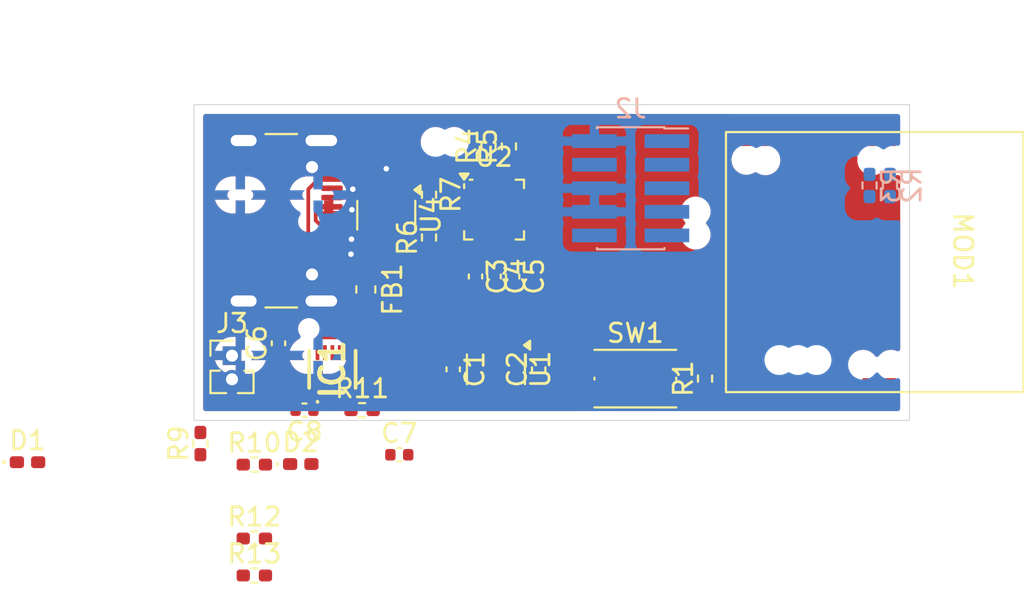
<source format=kicad_pcb>
(kicad_pcb (version 20241229) (generator "pcbnew") (generator_version "9.0")
  (layers (0 "F.Cu" signal) (4 "In1.Cu" signal) (6 "In2.Cu" signal) (2 "B.Cu" signal) (13 "F.Paste" user) (15 "B.Paste" user) (5 "F.SilkS" user "F.Silkscreen") (7 "B.SilkS" user "B.Silkscreen") (1 "F.Mask" user) (3 "B.Mask" user) (25 "Edge.Cuts" user))
  (net 0 "")
  (net 2 "+3.3V")
  (net 9 "GND")
  (net 11 "unconnected-(J1-CC2-PadB5)")
  (net 13 "unconnected-(J1-CC1-PadA5)")
  (net 14 "+5V")
  (net 15 "Net-(U2-D+)")
  (net 16 "Net-(U2-D-)")
  (net 31 "Net-(U2-VDD)")
  (net 32 "SWDCLK")
  (net 33 "SWDIO")
  (net 34 "~{RESET}")
  (net 35 "UART_RX")
  (net 36 "UART_TX")
  (net 37 "Net-(MOD1-P027{slash}SCL)")
  (net 38 "Net-(MOD1-P026{slash}SDA)")
  (net 39 "Net-(D1-K)")
  (net 40 "Net-(D1-A)")
  (net 41 "Net-(J1-D+-PadA6)")
  (net 42 "Net-(J1-D--PadA7)")
  (net 43 "Net-(U2-TXD)")
  (net 44 "Net-(U2-RXD)")
  (net 45 "Net-(U4-VP)")
  (net 46 "Net-(R6-Pad1)")
  (net 47 "Net-(R7-Pad1)")
  (net 49 "Net-(U1-EN)")
  (net 50 "Net-(IC1-BATT)")
  (net 51 "Net-(C7-Pad1)")
  (net 52 "Net-(D2-A)")
  (net 53 "Net-(D2-K)")
  (net 54 "Net-(IC1-IPRE_TERM)")
  (net 55 "Net-(IC1-NTC)")
  (net 56 "Net-(IC1-ISET)")
  (net 57 "Net-(IC1-BATTSNS)")
  (footprint "Resistor_SMD:R_0402_1005Metric_Pad0.72x0.64mm_HandSolder" (layer "F.Cu") (at 119.3 125.7)
    (property "Reference" "R11" (at 0 -1.17 0) (layer "F.SilkS"))
    (property "Value" "R_Small")
    (fp_line (start -0.167621 -0.38) (end 0.167621 -0.38) (stroke (width 0.12)) (layer "F.SilkS"))
    (fp_line (start -0.167621 0.38) (end 0.167621 0.38) (stroke (width 0.12)) (layer "F.SilkS"))
    (pad "1" smd roundrect (at -0.5975 0) (size 0.715 0.64) (layers "F.Cu" "F.Mask" "F.Paste") (net 54 "Net-(IC1-IPRE_TERM)"))
    (pad "2" smd roundrect (at 0.5975 0) (size 0.715 0.64) (layers "F.Cu" "F.Mask" "F.Paste") (net 9 "GND"))
  )
  (footprint "Capacitor_SMD:C_0402_1005Metric" (layer "F.Cu") (at 116.2 125.7 180)
    (property "Reference" "C8" (at 0 -1.16 0) (layer "F.SilkS"))
    (property "Value" "C_Small")
    (fp_line (start -0.107836 0.36) (end 0.107836 0.36) (stroke (width 0.12)) (layer "F.SilkS"))
    (fp_line (start -0.107836 -0.36) (end 0.107836 -0.36) (stroke (width 0.12)) (layer "F.SilkS"))
    (pad "1" smd roundrect (at -0.48 0 180) (size 0.56 0.62) (layers "F.Cu" "F.Mask" "F.Paste") (net 14 "+5V"))
    (pad "2" smd roundrect (at 0.48 0 180) (size 0.56 0.62) (layers "F.Cu" "F.Mask" "F.Paste") (net 9 "GND"))
  )
  (footprint "Resistor_SMD:R_0402_1005Metric_Pad0.72x0.64mm_HandSolder" (layer "F.Cu") (at 113.5025 128.63)
    (property "Reference" "R10" (at 0 -1.17 0) (layer "F.SilkS"))
    (property "Value" "R_Small")
    (fp_line (start -0.167621 -0.38) (end 0.167621 -0.38) (stroke (width 0.12)) (layer "F.SilkS"))
    (fp_line (start -0.167621 0.38) (end 0.167621 0.38) (stroke (width 0.12)) (layer "F.SilkS"))
    (pad "1" smd roundrect (at -0.5975 0) (size 0.715 0.64) (layers "F.Cu" "F.Mask" "F.Paste") (net 52 "Net-(D2-A)"))
    (pad "2" smd roundrect (at 0.5975 0) (size 0.715 0.64) (layers "F.Cu" "F.Mask" "F.Paste") (net 14 "+5V"))
  )
  (footprint "Package_TO_SOT_SMD:SOT-23-5" (layer "F.Cu") (at 126.5 123.5 -90)
    (property "Reference" "U1" (at 0 -2.4 90) (layer "F.SilkS"))
    (property "Value" "AP2112K-3.3")
    (fp_line (start 0 1.56) (end -0.8 1.56) (stroke (width 0.12)) (layer "F.SilkS"))
    (fp_line (start 0 1.56) (end 0.8 1.56) (stroke (width 0.12)) (layer "F.SilkS"))
    (fp_line (start 0 -1.56) (end -0.8 -1.56) (stroke (width 0.12)) (layer "F.SilkS"))
    (fp_line (start 0 -1.56) (end 0.8 -1.56) (stroke (width 0.12)) (layer "F.SilkS"))
    (fp_poly (pts (xy -1.3 -1.51) (xy -1.54 -1.84) (xy -1.06 -1.84)) (stroke (width 0.12)) (fill yes) (layer "F.SilkS"))
    (pad "1" smd roundrect (at -1.1375 -0.95 270) (size 1.325 0.6) (layers "F.Cu" "F.Mask" "F.Paste") (net 49 "Net-(U1-EN)"))
    (pad "2" smd roundrect (at -1.1375 0 270) (size 1.325 0.6) (layers "F.Cu" "F.Mask" "F.Paste") (net 9 "GND"))
    (pad "3" smd roundrect (at -1.1375 0.95 270) (size 1.325 0.6) (layers "F.Cu" "F.Mask" "F.Paste") (net 49 "Net-(U1-EN)"))
    (pad "4" smd roundrect (at 1.1375 0.95 270) (size 1.325 0.6) (layers "F.Cu" "F.Mask" "F.Paste"))
    (pad "5" smd roundrect (at 1.1375 -0.95 270) (size 1.325 0.6) (layers "F.Cu" "F.Mask" "F.Paste") (net 2 "+3.3V"))
  )
  (footprint "Capacitor_SMD:C_0402_1005Metric" (layer "F.Cu") (at 128.8 123.5 90)
    (property "Reference" "C2" (at 0 -1.16 90) (layer "F.SilkS"))
    (property "Value" "C_Small")
    (fp_line (start -0.107836 -0.36) (end 0.107836 -0.36) (stroke (width 0.12)) (layer "F.SilkS"))
    (fp_line (start -0.107836 0.36) (end 0.107836 0.36) (stroke (width 0.12)) (layer "F.SilkS"))
    (pad "1" smd roundrect (at -0.48 0 90) (size 0.56 0.62) (layers "F.Cu" "F.Mask" "F.Paste") (net 2 "+3.3V"))
    (pad "2" smd roundrect (at 0.48 0 90) (size 0.56 0.62) (layers "F.Cu" "F.Mask" "F.Paste") (net 9 "GND"))
  )
  (footprint "Resistor_SMD:R_0402_1005Metric_Pad0.72x0.64mm_HandSolder" (layer "F.Cu") (at 126.1 111.5 90)
    (property "Reference" "R4" (at 0 -1.17 90) (layer "F.SilkS"))
    (property "Value" "R_Small")
    (fp_line (start -0.167621 -0.38) (end 0.167621 -0.38) (stroke (width 0.12)) (layer "F.SilkS"))
    (fp_line (start -0.167621 0.38) (end 0.167621 0.38) (stroke (width 0.12)) (layer "F.SilkS"))
    (pad "1" smd roundrect (at -0.5975 0 90) (size 0.715 0.64) (layers "F.Cu" "F.Mask" "F.Paste") (net 43 "Net-(U2-TXD)"))
    (pad "2" smd roundrect (at 0.5975 0 90) (size 0.715 0.64) (layers "F.Cu" "F.Mask" "F.Paste") (net 35 "UART_RX"))
  )
  (footprint "Connector_PinHeader_1.27mm:PinHeader_1x02_P1.27mm_Vertical" (layer "F.Cu") (at 112.3 122.765)
    (property "Reference" "J3" (at 0 -1.745 0) (layer "F.SilkS"))
    (property "Value" "Conn_01x02")
    (fp_line (start -1.16 -0.81) (end 0 -0.81) (stroke (width 0.12)) (layer "F.SilkS"))
    (fp_line (start -1.16 0) (end -1.16 -0.81) (stroke (width 0.12)) (layer "F.SilkS"))
    (fp_line (start -1.16 0.81) (end -1.16 2.015) (stroke (width 0.12)) (layer "F.SilkS"))
    (fp_line (start -1.16 0.81) (end -0.666708 0.81) (stroke (width 0.12)) (layer "F.SilkS"))
    (fp_line (start -1.16 2.015) (end -0.317923 2.015) (stroke (width 0.12)) (layer "F.SilkS"))
    (fp_line (start 0.317923 2.015) (end 1.16 2.015) (stroke (width 0.12)) (layer "F.SilkS"))
    (fp_line (start 0.666708 0.81) (end 1.16 0.81) (stroke (width 0.12)) (layer "F.SilkS"))
    (fp_line (start 1.16 0.81) (end 1.16 2.015) (stroke (width 0.12)) (layer "F.SilkS"))
    (pad "1" thru_hole rect (at 0 0) (size 1 1) (drill 0.65) (layers "*.Cu" "*.Mask") (net 50 "Net-(IC1-BATT)"))
    (pad "2" thru_hole circle (at 0 1.27) (size 1 1) (drill 0.65) (layers "*.Cu" "*.Mask") (net 9 "GND"))
  )
  (footprint "Button_Switch_SMD:SW_Push_1P1T_NO_CK_KMR2" (layer "F.Cu") (at 134 124)
    (property "Reference" "SW1" (at 0 -2.45 0) (layer "F.SilkS"))
    (property "Value" "SW_Omron_B3FS")
    (fp_line (start -2.2 0.05) (end -2.2 -0.05) (stroke (width 0.12)) (layer "F.SilkS"))
    (fp_line (start -2.2 1.55) (end 2.2 1.55) (stroke (width 0.12)) (layer "F.SilkS"))
    (fp_line (start 2.2 -1.55) (end -2.2 -1.55) (stroke (width 0.12)) (layer "F.SilkS"))
    (fp_line (start 2.2 0.05) (end 2.2 -0.05) (stroke (width 0.12)) (layer "F.SilkS"))
    (pad "1" smd rect (at -2.05 -0.8) (size 0.9 1) (layers "F.Cu" "F.Mask" "F.Paste") (net 34 "~{RESET}"))
    (pad "1" smd rect (at 2.05 -0.8) (size 0.9 1) (layers "F.Cu" "F.Mask" "F.Paste") (net 34 "~{RESET}"))
    (pad "2" smd rect (at -2.05 0.8) (size 0.9 1) (layers "F.Cu" "F.Mask" "F.Paste") (net 9 "GND"))
    (pad "2" smd rect (at 2.05 0.8) (size 0.9 1) (layers "F.Cu" "F.Mask" "F.Paste") (net 9 "GND"))
  )
  (footprint "Resistor_SMD:R_0402_1005Metric_Pad0.72x0.64mm_HandSolder" (layer "F.Cu") (at 127.2 111.5 90)
    (property "Reference" "R5" (at 0 -1.17 90) (layer "F.SilkS"))
    (property "Value" "R_Small")
    (fp_line (start -0.167621 -0.38) (end 0.167621 -0.38) (stroke (width 0.12)) (layer "F.SilkS"))
    (fp_line (start -0.167621 0.38) (end 0.167621 0.38) (stroke (width 0.12)) (layer "F.SilkS"))
    (pad "1" smd roundrect (at -0.5975 0 90) (size 0.715 0.64) (layers "F.Cu" "F.Mask" "F.Paste") (net 44 "Net-(U2-RXD)"))
    (pad "2" smd roundrect (at 0.5975 0 90) (size 0.715 0.64) (layers "F.Cu" "F.Mask" "F.Paste") (net 36 "UART_TX"))
  )
  (footprint "Capacitor_SMD:C_0402_1005Metric" (layer "F.Cu") (at 126.4 118.5 -90)
    (property "Reference" "C4" (at 0 -1.16 90) (layer "F.SilkS"))
    (property "Value" "C_Small")
    (fp_line (start -0.107836 0.36) (end 0.107836 0.36) (stroke (width 0.12)) (layer "F.SilkS"))
    (fp_line (start -0.107836 -0.36) (end 0.107836 -0.36) (stroke (width 0.12)) (layer "F.SilkS"))
    (pad "1" smd roundrect (at -0.48 0 270) (size 0.56 0.62) (layers "F.Cu" "F.Mask" "F.Paste") (net 14 "+5V"))
    (pad "2" smd roundrect (at 0.48 0 270) (size 0.56 0.62) (layers "F.Cu" "F.Mask" "F.Paste") (net 9 "GND"))
  )
  (footprint "Resistor_SMD:R_0402_1005Metric_Pad0.72x0.64mm_HandSolder" (layer "F.Cu") (at 122.9 114.0975 -90)
    (property "Reference" "R7" (at 0 -1.17 90) (layer "F.SilkS"))
    (property "Value" "R_Small")
    (fp_line (start -0.167621 0.38) (end 0.167621 0.38) (stroke (width 0.12)) (layer "F.SilkS"))
    (fp_line (start -0.167621 -0.38) (end 0.167621 -0.38) (stroke (width 0.12)) (layer "F.SilkS"))
    (pad "1" smd roundrect (at -0.5975 0 270) (size 0.715 0.64) (layers "F.Cu" "F.Mask" "F.Paste") (net 47 "Net-(R7-Pad1)"))
    (pad "2" smd roundrect (at 0.5975 0 270) (size 0.715 0.64) (layers "F.Cu" "F.Mask" "F.Paste") (net 15 "Net-(U2-D+)"))
  )
  (footprint "Capacitor_SMD:C_0402_1005Metric" (layer "F.Cu") (at 125.4 118.5 -90)
    (property "Reference" "C3" (at 0 -1.16 90) (layer "F.SilkS"))
    (property "Value" "C_Small")
    (fp_line (start -0.107836 0.36) (end 0.107836 0.36) (stroke (width 0.12)) (layer "F.SilkS"))
    (fp_line (start -0.107836 -0.36) (end 0.107836 -0.36) (stroke (width 0.12)) (layer "F.SilkS"))
    (pad "1" smd roundrect (at -0.48 0 270) (size 0.56 0.62) (layers "F.Cu" "F.Mask" "F.Paste") (net 31 "Net-(U2-VDD)"))
    (pad "2" smd roundrect (at 0.48 0 270) (size 0.56 0.62) (layers "F.Cu" "F.Mask" "F.Paste") (net 9 "GND"))
  )
  (footprint "Connector_USB:USB_C_Receptacle_GCT_USB4105-xx-A_16P_TopMnt_Horizontal" (layer "F.Cu") (at 114 115.5 -90)
    (property "Reference" "J1" (hide yes))
    (property "Value" "USB_C_Receptacle_USB2.0_16P")
    (fp_line (start -4.67 -0.1) (end -4.67 -1.8) (stroke (width 0.12)) (layer "F.SilkS"))
    (fp_line (start 4.67 -0.1) (end 4.67 -1.8) (stroke (width 0.12)) (layer "F.SilkS"))
    (pad "" np_thru_hole circle (at -2.89 -2.605 270) (size 0.65 0.65) (drill 0.65) (layers "F&B.Cu" "*.Mask"))
    (pad "" np_thru_hole circle (at 2.89 -2.605 270) (size 0.65 0.65) (drill 0.65) (layers "F&B.Cu" "*.Mask"))
    (pad "A1" smd roundrect (at -3.2 -3.68 270) (size 0.6 1.15) (layers "F.Cu" "F.Mask" "F.Paste") (net 9 "GND"))
    (pad "A4" smd roundrect (at -2.4 -3.68 270) (size 0.6 1.15) (layers "F.Cu" "F.Mask" "F.Paste") (net 45 "Net-(U4-VP)"))
    (pad "A5" smd roundrect (at -1.25 -3.68 270) (size 0.3 1.15) (layers "F.Cu" "F.Mask" "F.Paste") (net 13 "unconnected-(J1-CC1-PadA5)"))
    (pad "A6" smd roundrect (at -0.25 -3.68 270) (size 0.3 1.15) (layers "F.Cu" "F.Mask" "F.Paste") (net 41 "Net-(J1-D+-PadA6)"))
    (pad "A7" smd roundrect (at 0.25 -3.68 270) (size 0.3 1.15) (layers "F.Cu" "F.Mask" "F.Paste") (net 42 "Net-(J1-D--PadA7)"))
    (pad "A8" smd roundrect (at 1.25 -3.68 270) (size 0.3 1.15) (layers "F.Cu" "F.Mask" "F.Paste"))
    (pad "A9" smd roundrect (at 2.4 -3.68 270) (size 0.6 1.15) (layers "F.Cu" "F.Mask" "F.Paste") (net 45 "Net-(U4-VP)"))
    (pad "A12" smd roundrect (at 3.2 -3.68 270) (size 0.6 1.15) (layers "F.Cu" "F.Mask" "F.Paste") (net 9 "GND"))
    (pad "B1" smd roundrect (at 3.2 -3.68 270) (size 0.6 1.15) (layers "F.Cu" "F.Mask" "F.Paste") (net 9 "GND"))
    (pad "B4" smd roundrect (at 2.4 -3.68 270) (size 0.6 1.15) (layers "F.Cu" "F.Mask" "F.Paste") (net 45 "Net-(U4-VP)"))
    (pad "B5" smd roundrect (at 1.75 -3.68 270) (size 0.3 1.15) (layers "F.Cu" "F.Mask" "F.Paste") (net 11 "unconnected-(J1-CC2-PadB5)"))
    (pad "B6" smd roundrect (at 0.75 -3.68 270) (size 0.3 1.15) (layers "F.Cu" "F.Mask" "F.Paste") (net 41 "Net-(J1-D+-PadA6)"))
    (pad "B7" smd roundrect (at -0.75 -3.68 270) (size 0.3 1.15) (layers "F.Cu" "F.Mask" "F.Paste") (net 42 "Net-(J1-D--PadA7)"))
    (pad "B8" smd roundrect (at -1.75 -3.68 270) (size 0.3 1.15) (layers "F.Cu" "F.Mask" "F.Paste"))
    (pad "B9" smd roundrect (at -2.4 -3.68 270) (size 0.6 1.15) (layers "F.Cu" "F.Mask" "F.Paste") (net 45 "Net-(U4-VP)"))
    (pad "B12" smd roundrect (at -3.2 -3.68 270) (size 0.6 1.15) (layers "F.Cu" "F.Mask" "F.Paste") (net 9 "GND"))
    (pad "S1" thru_hole oval (at -4.32 -3.105 270) (size 1 2.1) (drill oval 0.6 1.7) (property pad_prop_heatsink) (layers "*.Cu" "*.Mask" "F.Paste") (net 9 "GND"))
    (pad "S1" thru_hole oval (at -4.32 1.075 270) (size 1 1.8) (drill oval 0.6 1.4) (property pad_prop_heatsink) (layers "*.Cu" "*.Mask" "F.Paste") (net 9 "GND"))
    (pad "S1" thru_hole oval (at 4.32 -3.105 270) (size 1 2.1) (drill oval 0.6 1.7) (property pad_prop_heatsink) (layers "*.Cu" "*.Mask" "F.Paste") (net 9 "GND"))
    (pad "S1" thru_hole oval (at 4.32 1.075 270) (size 1 1.8) (drill oval 0.6 1.4) (property pad_prop_heatsink) (layers "*.Cu" "*.Mask" "F.Paste") (net 9 "GND"))
  )
  (footprint "Capacitor_SMD:C_0402_1005Metric" (layer "F.Cu") (at 121.3 128.1)
    (property "Reference" "C7" (at 0 -1.16 0) (layer "F.SilkS"))
    (property "Value" "C_Small")
    (fp_line (start -0.107836 -0.36) (end 0.107836 -0.36) (stroke (width 0.12)) (layer "F.SilkS"))
    (fp_line (start -0.107836 0.36) (end 0.107836 0.36) (stroke (width 0.12)) (layer "F.SilkS"))
    (pad "1" smd roundrect (at -0.48 0) (size 0.56 0.62) (layers "F.Cu" "F.Mask" "F.Paste") (net 51 "Net-(C7-Pad1)"))
    (pad "2" smd roundrect (at 0.48 0) (size 0.56 0.62) (layers "F.Cu" "F.Mask" "F.Paste") (net 9 "GND"))
  )
  (footprint "Package_DFN_QFN:QFN-20-1EP_3x3mm_P0.4mm_EP1.65x1.65mm" (layer "F.Cu") (at 126.4 114.9)
    (property "Reference" "U2" (at 0 -2.83 0) (layer "F.SilkS"))
    (property "Value" "CP2102N-Axx-xQFN20")
    (fp_line (start -1.61 -1.16) (end -1.61 -1.37) (stroke (width 0.12)) (layer "F.SilkS"))
    (fp_line (start -1.61 1.61) (end -1.61 1.16) (stroke (width 0.12)) (layer "F.SilkS"))
    (fp_line (start -1.16 -1.61) (end -1.31 -1.61) (stroke (width 0.12)) (layer "F.SilkS"))
    (fp_line (start -1.16 1.61) (end -1.61 1.61) (stroke (width 0.12)) (layer "F.SilkS"))
    (fp_line (start 1.16 -1.61) (end 1.61 -1.61) (stroke (width 0.12)) (layer "F.SilkS"))
    (fp_line (start 1.16 1.61) (end 1.61 1.61) (stroke (width 0.12)) (layer "F.SilkS"))
    (fp_line (start 1.61 -1.61) (end 1.61 -1.16) (stroke (width 0.12)) (layer "F.SilkS"))
    (fp_line (start 1.61 1.61) (end 1.61 1.16) (stroke (width 0.12)) (layer "F.SilkS"))
    (fp_poly (pts (xy -1.61 -1.61) (xy -1.85 -1.94) (xy -1.37 -1.94)) (stroke (width 0.12)) (fill yes) (layer "F.SilkS"))
    (pad "1" smd roundrect (at -1.45 -0.8) (size 0.85 0.2) (layers "F.Cu" "F.Mask" "F.Paste"))
    (pad "2" smd roundrect (at -1.45 -0.4) (size 0.85 0.2) (layers "F.Cu" "F.Mask" "F.Paste"))
    (pad "3" smd roundrect (at -1.45 0) (size 0.85 0.2) (layers "F.Cu" "F.Mask" "F.Paste") (net 9 "GND"))
    (pad "4" smd roundrect (at -1.45 0.4) (size 0.85 0.2) (layers "F.Cu" "F.Mask" "F.Paste") (net 15 "Net-(U2-D+)"))
    (pad "5" smd roundrect (at -1.45 0.8) (size 0.85 0.2) (layers "F.Cu" "F.Mask" "F.Paste") (net 16 "Net-(U2-D-)"))
    (pad "6" smd roundrect (at -0.8 1.45) (size 0.2 0.85) (layers "F.Cu" "F.Mask" "F.Paste") (net 31 "Net-(U2-VDD)"))
    (pad "7" smd roundrect (at -0.4 1.45) (size 0.2 0.85) (layers "F.Cu" "F.Mask" "F.Paste") (net 14 "+5V"))
    (pad "8" smd roundrect (at 0 1.45) (size 0.2 0.85) (layers "F.Cu" "F.Mask" "F.Paste") (net 14 "+5V"))
    (pad "9" smd roundrect (at 0.4 1.45) (size 0.2 0.85) (layers "F.Cu" "F.Mask" "F.Paste") (net 34 "~{RESET}"))
    (pad "10" smd roundrect (at 0.8 1.45) (size 0.2 0.85) (layers "F.Cu" "F.Mask" "F.Paste"))
    (pad "11" smd roundrect (at 1.45 0.8) (size 0.85 0.2) (layers "F.Cu" "F.Mask" "F.Paste"))
    (pad "12" smd roundrect (at 1.45 0.4) (size 0.85 0.2) (layers "F.Cu" "F.Mask" "F.Paste") (net 9 "GND"))
    (pad "13" smd roundrect (at 1.45 0) (size 0.85 0.2) (layers "F.Cu" "F.Mask" "F.Paste"))
    (pad "14" smd roundrect (at 1.45 -0.4) (size 0.85 0.2) (layers "F.Cu" "F.Mask" "F.Paste"))
    (pad "15" smd roundrect (at 1.45 -0.8) (size 0.85 0.2) (layers "F.Cu" "F.Mask" "F.Paste"))
    (pad "16" smd roundrect (at 0.8 -1.45) (size 0.2 0.85) (layers "F.Cu" "F.Mask" "F.Paste"))
    (pad "17" smd roundrect (at 0.4 -1.45) (size 0.2 0.85) (layers "F.Cu" "F.Mask" "F.Paste") (net 44 "Net-(U2-RXD)"))
    (pad "18" smd roundrect (at 0 -1.45) (size 0.2 0.85) (layers "F.Cu" "F.Mask" "F.Paste") (net 43 "Net-(U2-TXD)"))
    (pad "19" smd roundrect (at -0.4 -1.45) (size 0.2 0.85) (layers "F.Cu" "F.Mask" "F.Paste"))
    (pad "20" smd roundrect (at -0.8 -1.45) (size 0.2 0.85) (layers "F.Cu" "F.Mask" "F.Paste"))
    (pad "21" smd rect (at 0 0) (size 1.65 1.65) (property pad_prop_heatsink) (layers "F.Cu" "F.Mask") (net 9 "GND"))
  )
  (footprint "LED_SMD:LED_0402_1005Metric_Pad0.77x0.64mm_HandSolder" (layer "F.Cu") (at 101.3 128.5)
    (property "Reference" "D1" (at 0 -1.17 0) (layer "F.SilkS"))
    (property "Value" "LED")
    (fp_circle (center -1.265 0) (end -1.215 0) (stroke (width 0.1)) (fill no) (layer "F.SilkS"))
    (pad "1" smd roundrect (at -0.5725 0) (size 0.765 0.64) (layers "F.Cu" "F.Mask" "F.Paste") (net 39 "Net-(D1-K)"))
    (pad "2" smd roundrect (at 0.5725 0) (size 0.765 0.64) (layers "F.Cu" "F.Mask" "F.Paste") (net 40 "Net-(D1-A)"))
  )
  (footprint "Package_TO_SOT_SMD:SC-74-6_1.55x2.9mm_P0.95mm" (layer "F.Cu") (at 120.6 115.2 -90)
    (property "Reference" "U4" (at 0 -2.4 90) (layer "F.SilkS"))
    (property "Value" "IP4234CZ6")
    (fp_line (start 0 1.56) (end -0.775 1.56) (stroke (width 0.12)) (layer "F.SilkS"))
    (fp_line (start 0 1.56) (end 0.775 1.56) (stroke (width 0.12)) (layer "F.SilkS"))
    (fp_line (start 0 -1.56) (end -0.775 -1.56) (stroke (width 0.12)) (layer "F.SilkS"))
    (fp_line (start 0 -1.56) (end 0.775 -1.56) (stroke (width 0.12)) (layer "F.SilkS"))
    (fp_poly (pts (xy -1.3625 -1.51) (xy -1.6025 -1.84) (xy -1.1225 -1.84)) (stroke (width 0.12)) (fill yes) (layer "F.SilkS"))
    (pad "1" smd roundrect (at -1.15 -0.95 270) (size 1.6 0.6) (layers "F.Cu" "F.Mask" "F.Paste") (net 47 "Net-(R7-Pad1)"))
    (pad "2" smd roundrect (at -1.15 0 270) (size 1.6 0.6) (layers "F.Cu" "F.Mask" "F.Paste") (net 9 "GND"))
    (pad "3" smd roundrect (at -1.15 0.95 270) (size 1.6 0.6) (layers "F.Cu" "F.Mask" "F.Paste") (net 41 "Net-(J1-D+-PadA6)"))
    (pad "4" smd roundrect (at 1.15 0.95 270) (size 1.6 0.6) (layers "F.Cu" "F.Mask" "F.Paste") (net 42 "Net-(J1-D--PadA7)"))
    (pad "5" smd roundrect (at 1.15 0 270) (size 1.6 0.6) (layers "F.Cu" "F.Mask" "F.Paste") (net 45 "Net-(U4-VP)"))
    (pad "6" smd roundrect (at 1.15 -0.95 270) (size 1.6 0.6) (layers "F.Cu" "F.Mask" "F.Paste") (net 46 "Net-(R6-Pad1)"))
  )
  (footprint "Resistor_SMD:R_0402_1005Metric_Pad0.72x0.64mm_HandSolder" (layer "F.Cu") (at 122.9 116.4 90)
    (property "Reference" "R6" (at 0 -1.17 90) (layer "F.SilkS"))
    (property "Value" "R_Small")
    (fp_line (start -0.167621 -0.38) (end 0.167621 -0.38) (stroke (width 0.12)) (layer "F.SilkS"))
    (fp_line (start -0.167621 0.38) (end 0.167621 0.38) (stroke (width 0.12)) (layer "F.SilkS"))
    (pad "1" smd roundrect (at -0.5975 0 90) (size 0.715 0.64) (layers "F.Cu" "F.Mask" "F.Paste") (net 46 "Net-(R6-Pad1)"))
    (pad "2" smd roundrect (at 0.5975 0 90) (size 0.715 0.64) (layers "F.Cu" "F.Mask" "F.Paste") (net 16 "Net-(U2-D-)"))
  )
  (footprint "Resistor_SMD:R_0402_1005Metric_Pad0.72x0.64mm_HandSolder" (layer "F.Cu") (at 113.5025 132.61)
    (property "Reference" "R12" (at 0 -1.17 0) (layer "F.SilkS"))
    (property "Value" "R_Small")
    (fp_line (start -0.167621 -0.38) (end 0.167621 -0.38) (stroke (width 0.12)) (layer "F.SilkS"))
    (fp_line (start -0.167621 0.38) (end 0.167621 0.38) (stroke (width 0.12)) (layer "F.SilkS"))
    (pad "1" smd roundrect (at -0.5975 0) (size 0.715 0.64) (layers "F.Cu" "F.Mask" "F.Paste") (net 56 "Net-(IC1-ISET)"))
    (pad "2" smd roundrect (at 0.5975 0) (size 0.715 0.64) (layers "F.Cu" "F.Mask" "F.Paste") (net 9 "GND"))
  )
  (footprint "Resistor_SMD:R_0402_1005Metric_Pad0.72x0.64mm_HandSolder" (layer "F.Cu") (at 110.6 127.4975 90)
    (property "Reference" "R9" (at 0 -1.17 90) (layer "F.SilkS"))
    (property "Value" "R_Small")
    (fp_line (start -0.167621 -0.38) (end 0.167621 -0.38) (stroke (width 0.12)) (layer "F.SilkS"))
    (fp_line (start -0.167621 0.38) (end 0.167621 0.38) (stroke (width 0.12)) (layer "F.SilkS"))
    (pad "1" smd roundrect (at -0.5975 0 90) (size 0.715 0.64) (layers "F.Cu" "F.Mask" "F.Paste") (net 40 "Net-(D1-A)"))
    (pad "2" smd roundrect (at 0.5975 0 90) (size 0.715 0.64) (layers "F.Cu" "F.Mask" "F.Paste") (net 50 "Net-(IC1-BATT)"))
  )
  (footprint "Inductor_SMD:L_0603_1608Metric_Pad1.05x0.95mm_HandSolder" (layer "F.Cu") (at 119.5 119.2 -90)
    (property "Reference" "FB1" (at 0 -1.43 90) (layer "F.SilkS"))
    (property "Value" "FerriteBead_Small")
    (fp_line (start -0.171267 0.51) (end 0.171267 0.51) (stroke (width 0.12)) (layer "F.SilkS"))
    (fp_line (start -0.171267 -0.51) (end 0.171267 -0.51) (stroke (width 0.12)) (layer "F.SilkS"))
    (pad "1" smd roundrect (at -0.875 0 270) (size 1.05 0.95) (layers "F.Cu" "F.Mask" "F.Paste") (net 45 "Net-(U4-VP)"))
    (pad "2" smd roundrect (at 0.875 0 270) (size 1.05 0.95) (layers "F.Cu" "F.Mask" "F.Paste") (net 14 "+5V"))
  )
  (footprint "LED_SMD:LED_0402_1005Metric_Pad0.77x0.64mm_HandSolder" (layer "F.Cu") (at 116 128.6)
    (property "Reference" "D2" (at 0 -1.17 0) (layer "F.SilkS"))
    (property "Value" "LED")
    (fp_circle (center -1.265 0) (end -1.215 0) (stroke (width 0.1)) (fill no) (layer "F.SilkS"))
    (pad "1" smd roundrect (at -0.5725 0) (size 0.765 0.64) (layers "F.Cu" "F.Mask" "F.Paste") (net 53 "Net-(D2-K)"))
    (pad "2" smd roundrect (at 0.5725 0) (size 0.765 0.64) (layers "F.Cu" "F.Mask" "F.Paste") (net 52 "Net-(D2-A)"))
  )
  (footprint "MP2703:MP2703GRP0000Z" (layer "F.Cu") (at 117.7 123.5 90)
    (property "Reference" "IC1" (at 0 0 90) (layer "F.SilkS") (effects (font (size 1.27 1.27) (thickness 0.254))))
    (property "Value" "MP2703GRP-0000-Z" (hide yes))
    (fp_line (start -1 -1.25) (end 1 -1.25) (stroke (width 0.2)) (layer "F.SilkS"))
    (fp_line (start -1.7 -0.8) (end -1.7 -0.8) (stroke (width 0.1)) (layer "F.SilkS"))
    (fp_line (start -1.8 -0.8) (end -1.8 -0.8) (stroke (width 0.1)) (layer "F.SilkS"))
    (fp_line (start -1 1.25) (end 1 1.25) (stroke (width 0.2)) (layer "F.SilkS"))
    (fp_arc (start -1.7 -0.8) (mid -1.75 -0.75) (end -1.8 -0.8) (stroke (width 0.1)) (layer "F.SilkS"))
    (fp_arc (start -1.8 -0.8) (mid -1.75 -0.85) (end -1.7 -0.8) (stroke (width 0.1)) (layer "F.SilkS"))
    (pad "1" smd rect (at -0.85 -0.8 180) (size 0.2 0.9) (layers "F.Cu" "F.Mask" "F.Paste") (net 14 "+5V"))
    (pad "2" smd rect (at -0.9 -0.4 180) (size 0.2 0.8) (layers "F.Cu" "F.Mask" "F.Paste") (net 56 "Net-(IC1-ISET)"))
    (pad "3" smd rect (at -0.9 0 180) (size 0.2 0.8) (layers "F.Cu" "F.Mask" "F.Paste") (net 9 "GND"))
    (pad "4" smd rect (at -0.9 0.4 180) (size 0.2 0.8) (layers "F.Cu" "F.Mask" "F.Paste") (net 54 "Net-(IC1-IPRE_TERM)"))
    (pad "5" smd rect (at -0.9 0.8 180) (size 0.2 0.8) (layers "F.Cu" "F.Mask" "F.Paste") (net 53 "Net-(D2-K)"))
    (pad "6" smd rect (at 0.9 0.8 180) (size 0.2 0.8) (layers "F.Cu" "F.Mask" "F.Paste"))
    (pad "7" smd rect (at 0.9 0.4 180) (size 0.2 0.8) (layers "F.Cu" "F.Mask" "F.Paste") (net 57 "Net-(IC1-BATTSNS)"))
    (pad "8" smd rect (at 0.9 0 180) (size 0.2 0.8) (layers "F.Cu" "F.Mask" "F.Paste") (net 39 "Net-(D1-K)"))
    (pad "9" smd rect (at 0.9 -0.4 180) (size 0.2 0.8) (layers "F.Cu" "F.Mask" "F.Paste") (net 55 "Net-(IC1-NTC)"))
    (pad "10" smd rect (at 0.9 -0.8 180) (size 0.2 0.8) (layers "F.Cu" "F.Mask" "F.Paste") (net 50 "Net-(IC1-BATT)"))
  )
  (footprint "Capacitor_SMD:C_0402_1005Metric" (layer "F.Cu") (at 114.8 122.1 90)
    (property "Reference" "C6" (at 0 -1.16 90) (layer "F.SilkS"))
    (property "Value" "C_Small")
    (fp_line (start -0.107836 -0.36) (end 0.107836 -0.36) (stroke (width 0.12)) (layer "F.SilkS"))
    (fp_line (start -0.107836 0.36) (end 0.107836 0.36) (stroke (width 0.12)) (layer "F.SilkS"))
    (pad "1" smd roundrect (at -0.48 0 90) (size 0.56 0.62) (layers "F.Cu" "F.Mask" "F.Paste") (net 50 "Net-(IC1-BATT)"))
    (pad "2" smd roundrect (at 0.48 0 90) (size 0.56 0.62) (layers "F.Cu" "F.Mask" "F.Paste") (net 9 "GND"))
  )
  (footprint "Capacitor_SMD:C_0402_1005Metric" (layer "F.Cu") (at 127.4 118.5 -90)
    (property "Reference" "C5" (at 0 -1.16 90) (layer "F.SilkS"))
    (property "Value" "C_Small")
    (fp_line (start -0.107836 0.36) (end 0.107836 0.36) (stroke (width 0.12)) (layer "F.SilkS"))
    (fp_line (start -0.107836 -0.36) (end 0.107836 -0.36) (stroke (width 0.12)) (layer "F.SilkS"))
    (pad "1" smd roundrect (at -0.48 0 270) (size 0.56 0.62) (layers "F.Cu" "F.Mask" "F.Paste") (net 34 "~{RESET}"))
    (pad "2" smd roundrect (at 0.48 0 270) (size 0.56 0.62) (layers "F.Cu" "F.Mask" "F.Paste") (net 9 "GND"))
  )
  (footprint "Resistor_SMD:R_0402_1005Metric_Pad0.72x0.64mm_HandSolder" (layer "F.Cu") (at 137.75 124 90)
    (property "Reference" "R1" (at 0 -1.17 90) (layer "F.SilkS"))
    (property "Value" "R_Small")
    (fp_line (start -0.167621 -0.38) (end 0.167621 -0.38) (stroke (width 0.12)) (layer "F.SilkS"))
    (fp_line (start -0.167621 0.38) (end 0.167621 0.38) (stroke (width 0.12)) (layer "F.SilkS"))
    (pad "1" smd roundrect (at -0.5975 0 90) (size 0.715 0.64) (layers "F.Cu" "F.Mask" "F.Paste") (net 2 "+3.3V"))
    (pad "2" smd roundrect (at 0.5975 0 90) (size 0.715 0.64) (layers "F.Cu" "F.Mask" "F.Paste") (net 34 "~{RESET}"))
  )
  (footprint "FANSTEL:bt832a_simple" (layer "F.Cu") (at 138.875 110.775 -90)
    (property "Reference" "MOD1" (at 6.35 -12.75 270) (layer "F.SilkS"))
    (property "Value" "~" (hide yes))
    (fp_rect (start -0.05 -16) (end 13.95 0) (stroke (width 0.12)) (fill no) (layer "F.SilkS"))
    (pad "1" smd rect (at -0.05 -8.8 270) (size 1.5 0.7) (layers "F.Cu" "F.Mask" "F.Paste") (net 38 "Net-(MOD1-P026{slash}SDA)"))
    (pad "2" smd rect (at -0.05 -7.7 270) (size 1.5 0.7) (layers "F.Cu" "F.Mask" "F.Paste") (net 37 "Net-(MOD1-P027{slash}SCL)"))
    (pad "3" smd rect (at -0.05 -6.6 270) (size 1.5 0.7) (layers "F.Cu" "F.Mask" "F.Paste"))
    (pad "4" smd rect (at -0.05 -5.5 270) (size 1.5 0.7) (layers "F.Cu" "F.Mask" "F.Paste"))
    (pad "5" smd rect (at -0.05 -4.4 270) (size 1.5 0.7) (layers "F.Cu" "F.Mask" "F.Paste"))
    (pad "6" smd rect (at -0.05 -3.3 270) (size 1.5 0.7) (layers "F.Cu" "F.Mask" "F.Paste"))
    (pad "7" smd rect (at -0.05 -2.2 270) (size 1.5 0.7) (layers "F.Cu" "F.Mask" "F.Paste") (net 36 "UART_TX"))
    (pad "8" smd rect (at -0.05 -1.1 270) (size 1.5 0.7) (layers "F.Cu" "F.Mask" "F.Paste") (net 35 "UART_RX"))
    (pad "9" smd rect (at 13.95 -1.1 270) (size 1.5 0.7) (layers "F.Cu" "F.Mask" "F.Paste") (net 2 "+3.3V"))
    (pad "10" smd rect (at 13.95 -2.2 270) (size 1.5 0.7) (layers "F.Cu" "F.Mask" "F.Paste") (net 9 "GND"))
    (pad "11" smd rect (at 13.95 -3.3 270) (size 1.5 0.7) (layers "F.Cu" "F.Mask" "F.Paste"))
    (pad "12" smd rect (at 13.95 -4.4 270) (size 1.5 0.7) (layers "F.Cu" "F.Mask" "F.Paste"))
    (pad "13" smd rect (at 13.95 -5.5 270) (size 1.5 0.7) (layers "F.Cu" "F.Mask" "F.Paste"))
    (pad "14" smd rect (at 13.95 -6.6 270) (size 1.5 0.7) (layers "F.Cu" "F.Mask" "F.Paste") (net 34 "~{RESET}"))
    (pad "15" smd rect (at 13.95 -7.7 270) (size 1.5 0.7) (layers "F.Cu" "F.Mask" "F.Paste") (net 32 "SWDCLK"))
    (pad "16" smd rect (at 13.95 -8.8 270) (size 1.5 0.7) (layers "F.Cu" "F.Mask" "F.Paste") (net 33 "SWDIO"))
    (zone (net 0) (net_name "") (layers "F.Cu" "B.Cu" "In1.Cu" "F.SilkS") (name "antenna_keepout") (connect_pads (clearance 0)) (min_thickness 0.25)
      (keepout (tracks not_allowed) (vias not_allowed) (pads not_allowed) (copperpour not_allowed) (footprints not_allowed))
      (fill (thermal_gap 0.5) (thermal_bridge_width 0.5))
      (polygon (pts (xy 154.875 110.725) (xy 154.875 124.725) (xy 148.875 124.725) (xy 148.875 110.725)))
    )
  )
  (footprint "Capacitor_SMD:C_0402_1005Metric" (layer "F.Cu") (at 124.2 123.5 -90)
    (property "Reference" "C1" (at 0 -1.16 90) (layer "F.SilkS"))
    (property "Value" "C_Small")
    (fp_line (start -0.107836 0.36) (end 0.107836 0.36) (stroke (width 0.12)) (layer "F.SilkS"))
    (fp_line (start -0.107836 -0.36) (end 0.107836 -0.36) (stroke (width 0.12)) (layer "F.SilkS"))
    (pad "1" smd roundrect (at -0.48 0 270) (size 0.56 0.62) (layers "F.Cu" "F.Mask" "F.Paste") (net 49 "Net-(U1-EN)"))
    (pad "2" smd roundrect (at 0.48 0 270) (size 0.56 0.62) (layers "F.Cu" "F.Mask" "F.Paste") (net 9 "GND"))
  )
  (footprint "Resistor_SMD:R_0402_1005Metric_Pad0.72x0.64mm_HandSolder" (layer "F.Cu") (at 113.5025 134.6)
    (property "Reference" "R13" (at 0 -1.17 0) (layer "F.SilkS"))
    (property "Value" "R_Small")
    (fp_line (start -0.167621 -0.38) (end 0.167621 -0.38) (stroke (width 0.12)) (layer "F.SilkS"))
    (fp_line (start -0.167621 0.38) (end 0.167621 0.38) (stroke (width 0.12)) (layer "F.SilkS"))
    (pad "1" smd roundrect (at -0.5975 0) (size 0.715 0.64) (layers "F.Cu" "F.Mask" "F.Paste") (net 57 "Net-(IC1-BATTSNS)"))
    (pad "2" smd roundrect (at 0.5975 0) (size 0.715 0.64) (layers "F.Cu" "F.Mask" "F.Paste") (net 51 "Net-(C7-Pad1)"))
  )
  (footprint "Resistor_SMD:R_0402_1005Metric_Pad0.72x0.64mm_HandSolder" (layer "B.Cu") (at 147.7 113.6 90)
    (property "Reference" "R2" (at 0 1.17 90) (layer "B.SilkS") (effects (justify mirror)))
    (property "Value" "R_Small")
    (fp_line (start -0.167621 -0.38) (end 0.167621 -0.38) (stroke (width 0.12)) (layer "B.SilkS"))
    (fp_line (start -0.167621 0.38) (end 0.167621 0.38) (stroke (width 0.12)) (layer "B.SilkS"))
    (pad "1" smd roundrect (at -0.5975 0 90) (size 0.715 0.64) (layers "B.Cu" "B.Mask" "B.Paste") (net 2 "+3.3V"))
    (pad "2" smd roundrect (at 0.5975 0 90) (size 0.715 0.64) (layers "B.Cu" "B.Mask" "B.Paste") (net 38 "Net-(MOD1-P026{slash}SDA)"))
  )
  (footprint "Connector_PinHeader_1.27mm:PinHeader_2x05_P1.27mm_Vertical_SMD" (layer "B.Cu") (at 133.75 113.75 180)
    (property "Reference" "J2" (at 0 4.285 0) (layer "B.SilkS") (effects (justify mirror)))
    (property "Value" "Conn_ARM_JTAG_SWD_10")
    (fp_line (start 1.815 3.285) (end 1.815 3.22) (stroke (width 0.12)) (layer "B.SilkS"))
    (fp_line (start 1.815 -3.22) (end 1.815 -3.285) (stroke (width 0.12)) (layer "B.SilkS"))
    (fp_line (start -1.815 3.285) (end 1.815 3.285) (stroke (width 0.12)) (layer "B.SilkS"))
    (fp_line (start -1.815 3.285) (end -1.815 3.22) (stroke (width 0.12)) (layer "B.SilkS"))
    (fp_line (start -1.815 -3.22) (end -1.815 -3.285) (stroke (width 0.12)) (layer "B.SilkS"))
    (fp_line (start -1.815 -3.285) (end 1.815 -3.285) (stroke (width 0.12)) (layer "B.SilkS"))
    (fp_line (start -3.09 3.22) (end -1.815 3.22) (stroke (width 0.12)) (layer "B.SilkS"))
    (pad "1" smd rect (at -1.95 2.54 180) (size 2.4 0.74) (layers "B.Cu" "B.Mask" "B.Paste") (net 2 "+3.3V"))
    (pad "2" smd rect (at 1.95 2.54 180) (size 2.4 0.74) (layers "B.Cu" "B.Mask" "B.Paste") (net 33 "SWDIO"))
    (pad "3" smd rect (at -1.95 1.27 180) (size 2.4 0.74) (layers "B.Cu" "B.Mask" "B.Paste") (net 9 "GND"))
    (pad "4" smd rect (at 1.95 1.27 180) (size 2.4 0.74) (layers "B.Cu" "B.Mask" "B.Paste") (net 32 "SWDCLK"))
    (pad "5" smd rect (at -1.95 0 180) (size 2.4 0.74) (layers "B.Cu" "B.Mask" "B.Paste") (net 9 "GND"))
    (pad "6" smd rect (at 1.95 0 180) (size 2.4 0.74) (layers "B.Cu" "B.Mask" "B.Paste"))
    (pad "7" smd rect (at -1.95 -1.27 180) (size 2.4 0.74) (layers "B.Cu" "B.Mask" "B.Paste"))
    (pad "8" smd rect (at 1.95 -1.27 180) (size 2.4 0.74) (layers "B.Cu" "B.Mask" "B.Paste"))
    (pad "9" smd rect (at -1.95 -2.54 180) (size 2.4 0.74) (layers "B.Cu" "B.Mask" "B.Paste") (net 9 "GND"))
    (pad "10" smd rect (at 1.95 -2.54 180) (size 2.4 0.74) (layers "B.Cu" "B.Mask" "B.Paste") (net 34 "~{RESET}"))
  )
  (footprint "Resistor_SMD:R_0402_1005Metric_Pad0.72x0.64mm_HandSolder" (layer "B.Cu") (at 146.6 113.6 90)
    (property "Reference" "R3" (at 0 1.17 90) (layer "B.SilkS") (effects (justify mirror)))
    (property "Value" "R_Small")
    (fp_line (start -0.167621 -0.38) (end 0.167621 -0.38) (stroke (width 0.12)) (layer "B.SilkS"))
    (fp_line (start -0.167621 0.38) (end 0.167621 0.38) (stroke (width 0.12)) (layer "B.SilkS"))
    (pad "1" smd roundrect (at -0.5975 0 90) (size 0.715 0.64) (layers "B.Cu" "B.Mask" "B.Paste") (net 2 "+3.3V"))
    (pad "2" smd roundrect (at 0.5975 0 90) (size 0.715 0.64) (layers "B.Cu" "B.Mask" "B.Paste") (net 37 "Net-(MOD1-P027{slash}SCL)"))
  )
  (gr_rect (start 110.25 109.25) (end 148.75 126.25) (stroke (width 0.05)) (fill no) (layer "Edge.Cuts"))
  (segment (start 120.6 112.5) (end 120.6 112.7) (width 0.2) (layer "F.Cu") (net 9))
  (segment (start 120.6 114.05) (end 120.6 112.7) (width 0.2) (layer "F.Cu") (net 9))
  (segment (start 117.68 112.3) (end 117.68 111.755) (width 0.2) (layer "F.Cu") (net 9))
  (segment (start 117.68 111.755) (end 117.105 111.18) (width 0.2) (layer "F.Cu") (net 9))
  (via (at 120.6 112.7) (size 0.6) (drill 0.3) (layers "F.Cu" "B.Cu") (net 9))
  (segment (start 118.7 117.4) (end 118.7 117.3) (width 0.2) (layer "F.Cu") (net 11))
  (segment (start 118.55 117.25) (end 118.7 117.4) (width 0.2) (layer "F.Cu") (net 11))
  (segment (start 117.68 117.25) (end 118.55 117.25) (width 0.2) (layer "F.Cu") (net 11))
  (via (at 118.7 117.3) (size 0.6) (drill 0.3) (layers "F.Cu" "B.Cu") (net 11))
  (segment (start 117.68 114.25) (end 118.35 114.25) (width 0.2) (layer "F.Cu") (net 13))
  (segment (start 118.35 114.25) (end 118.8 113.8) (width 0.2) (layer "F.Cu") (net 13))
  (via (at 118.8 113.8) (size 0.6) (drill 0.3) (layers "F.Cu" "B.Cu") (net 13))
  (segment (start 123.505 115.3) (end 122.9 114.695) (width 0.2) (layer "F.Cu") (net 15))
  (segment (start 124.95 115.3) (end 123.505 115.3) (width 0.2) (layer "F.Cu") (net 15))
  (segment (start 124.95 115.7) (end 123.0025 115.7) (width 0.2) (layer "F.Cu") (net 16))
  (segment (start 123.0025 115.7) (end 122.9 115.8025) (width 0.2) (layer "F.Cu") (net 16))
  (segment (start 117.68 116.25) (end 118.45 116.25) (width 0.2) (layer "F.Cu") (net 41))
  (segment (start 119.65 114.05) (end 119.606822 114.05) (width 0.2) (layer "F.Cu") (net 41))
  (segment (start 118.7 116.5) (end 118.70744 116.49256) (width 0.2) (layer "F.Cu") (net 41))
  (segment (start 118.406822 115.25) (end 118.749327 114.907495) (width 0.2) (layer "F.Cu") (net 41))
  (segment (start 119.606822 114.05) (end 118.749327 114.907495) (width 0.2) (layer "F.Cu") (net 41))
  (segment (start 118.45 116.25) (end 118.7 116.5) (width 0.2) (layer "F.Cu") (net 41))
  (segment (start 118.70744 116.49256) (end 118.726607 116.49256) (width 0.2) (layer "F.Cu") (net 41))
  (segment (start 117.68 115.25) (end 118.406822 115.25) (width 0.2) (layer "F.Cu") (net 41))
  (via (at 118.726607 116.49256) (size 0.6) (drill 0.3) (layers "F.Cu" "B.Cu") (net 41))
  (via (at 118.749327 114.907495) (size 0.6) (drill 0.3) (layers "F.Cu" "B.Cu") (net 41))
  (segment (start 117.071176 114.75) (end 116.804 115.017176) (width 0.2) (layer "F.Cu") (net 42))
  (segment (start 116.804 115.017176) (end 116.804 115.482824) (width 0.2) (layer "F.Cu") (net 42))
  (segment (start 116.804 115.482824) (end 117.071176 115.75) (width 0.2) (layer "F.Cu") (net 42))
  (segment (start 117.071176 115.75) (end 117.68 115.75) (width 0.2) (layer "F.Cu") (net 42))
  (segment (start 117.68 114.75) (end 117.071176 114.75) (width 0.2) (layer "F.Cu") (net 42))
  (segment (start 119.05 115.75) (end 119.65 116.35) (width 0.2) (layer "F.Cu") (net 42))
  (segment (start 117.68 115.75) (end 119.05 115.75) (width 0.2) (layer "F.Cu") (net 42))
  (segment (start 117.68 117.9) (end 119.075 117.9) (width 0.2) (layer "F.Cu") (net 45))
  (segment (start 120.375 118.325) (end 119.5 118.325) (width 0.2) (layer "F.Cu") (net 45))
  (segment (start 117.105001 113.1) (end 117.68 113.1) (width 0.2) (layer "F.Cu") (net 45))
  (segment (start 119.075 117.9) (end 119.5 118.325) (width 0.2) (layer "F.Cu") (net 45))
  (segment (start 116.403 117.081824) (end 116.403 113.802001) (width 0.2) (layer "F.Cu") (net 45))
  (segment (start 117.68 117.9) (end 117.221176 117.9) (width 0.2) (layer "F.Cu") (net 45))
  (segment (start 117.221176 117.9) (end 116.403 117.081824) (width 0.2) (layer "F.Cu") (net 45))
  (segment (start 120.6 118.1) (end 120.375 118.325) (width 0.2) (layer "F.Cu") (net 45))
  (segment (start 120.6 116.35) (end 120.6 118.1) (width 0.2) (layer "F.Cu") (net 45))
  (segment (start 116.403 113.802001) (end 117.105001 113.1) (width 0.2) (layer "F.Cu") (net 45))
  (segment (start 121.55 116.35) (end 122.2525 116.35) (width 0.2) (layer "F.Cu") (net 46))
  (segment (start 122.2525 116.35) (end 122.9 116.9975) (width 0.2) (layer "F.Cu") (net 46))
  (segment (start 121.55 114.05) (end 122.35 114.05) (width 0.2) (layer "F.Cu") (net 47))
  (segment (start 122.35 114.05) (end 122.9 113.5) (width 0.2) (layer "F.Cu") (net 47))
  (zone (net 9) (net_name "GND") (layers "F.Cu" "B.Cu") (connect_pads (clearance 0.5)) (min_thickness 0.25) (fill yes (thermal_gap 0.5) (thermal_bridge_width 0.5))
    (polygon (pts (xy 148.75 109.25) (xy 148.75 126.25) (xy 110.25 126.25) (xy 110.25 109.25)))
  )
)
</source>
